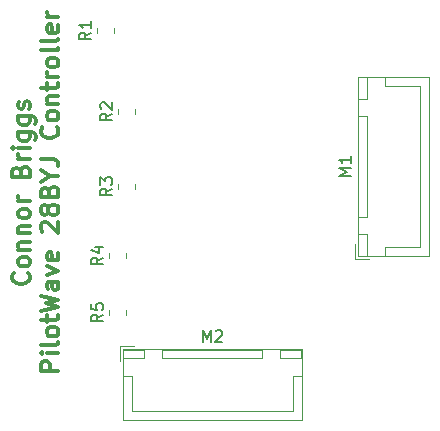
<source format=gbr>
%TF.GenerationSoftware,KiCad,Pcbnew,6.0.11+dfsg-1*%
%TF.CreationDate,2023-12-17T01:08:28-05:00*%
%TF.ProjectId,28byj_controller,32386279-6a5f-4636-9f6e-74726f6c6c65,rev?*%
%TF.SameCoordinates,Original*%
%TF.FileFunction,Legend,Top*%
%TF.FilePolarity,Positive*%
%FSLAX46Y46*%
G04 Gerber Fmt 4.6, Leading zero omitted, Abs format (unit mm)*
G04 Created by KiCad (PCBNEW 6.0.11+dfsg-1) date 2023-12-17 01:08:28*
%MOMM*%
%LPD*%
G01*
G04 APERTURE LIST*
%ADD10C,0.300000*%
%ADD11C,0.150000*%
%ADD12C,0.120000*%
G04 APERTURE END LIST*
D10*
X111088214Y-82513428D02*
X111159642Y-82584857D01*
X111231071Y-82799142D01*
X111231071Y-82942000D01*
X111159642Y-83156285D01*
X111016785Y-83299142D01*
X110873928Y-83370571D01*
X110588214Y-83442000D01*
X110373928Y-83442000D01*
X110088214Y-83370571D01*
X109945357Y-83299142D01*
X109802500Y-83156285D01*
X109731071Y-82942000D01*
X109731071Y-82799142D01*
X109802500Y-82584857D01*
X109873928Y-82513428D01*
X111231071Y-81656285D02*
X111159642Y-81799142D01*
X111088214Y-81870571D01*
X110945357Y-81942000D01*
X110516785Y-81942000D01*
X110373928Y-81870571D01*
X110302500Y-81799142D01*
X110231071Y-81656285D01*
X110231071Y-81442000D01*
X110302500Y-81299142D01*
X110373928Y-81227714D01*
X110516785Y-81156285D01*
X110945357Y-81156285D01*
X111088214Y-81227714D01*
X111159642Y-81299142D01*
X111231071Y-81442000D01*
X111231071Y-81656285D01*
X110231071Y-80513428D02*
X111231071Y-80513428D01*
X110373928Y-80513428D02*
X110302500Y-80442000D01*
X110231071Y-80299142D01*
X110231071Y-80084857D01*
X110302500Y-79942000D01*
X110445357Y-79870571D01*
X111231071Y-79870571D01*
X110231071Y-79156285D02*
X111231071Y-79156285D01*
X110373928Y-79156285D02*
X110302500Y-79084857D01*
X110231071Y-78942000D01*
X110231071Y-78727714D01*
X110302500Y-78584857D01*
X110445357Y-78513428D01*
X111231071Y-78513428D01*
X111231071Y-77584857D02*
X111159642Y-77727714D01*
X111088214Y-77799142D01*
X110945357Y-77870571D01*
X110516785Y-77870571D01*
X110373928Y-77799142D01*
X110302500Y-77727714D01*
X110231071Y-77584857D01*
X110231071Y-77370571D01*
X110302500Y-77227714D01*
X110373928Y-77156285D01*
X110516785Y-77084857D01*
X110945357Y-77084857D01*
X111088214Y-77156285D01*
X111159642Y-77227714D01*
X111231071Y-77370571D01*
X111231071Y-77584857D01*
X111231071Y-76442000D02*
X110231071Y-76442000D01*
X110516785Y-76442000D02*
X110373928Y-76370571D01*
X110302500Y-76299142D01*
X110231071Y-76156285D01*
X110231071Y-76013428D01*
X110445357Y-73870571D02*
X110516785Y-73656285D01*
X110588214Y-73584857D01*
X110731071Y-73513428D01*
X110945357Y-73513428D01*
X111088214Y-73584857D01*
X111159642Y-73656285D01*
X111231071Y-73799142D01*
X111231071Y-74370571D01*
X109731071Y-74370571D01*
X109731071Y-73870571D01*
X109802500Y-73727714D01*
X109873928Y-73656285D01*
X110016785Y-73584857D01*
X110159642Y-73584857D01*
X110302500Y-73656285D01*
X110373928Y-73727714D01*
X110445357Y-73870571D01*
X110445357Y-74370571D01*
X111231071Y-72870571D02*
X110231071Y-72870571D01*
X110516785Y-72870571D02*
X110373928Y-72799142D01*
X110302500Y-72727714D01*
X110231071Y-72584857D01*
X110231071Y-72442000D01*
X111231071Y-71942000D02*
X110231071Y-71942000D01*
X109731071Y-71942000D02*
X109802500Y-72013428D01*
X109873928Y-71942000D01*
X109802500Y-71870571D01*
X109731071Y-71942000D01*
X109873928Y-71942000D01*
X110231071Y-70584857D02*
X111445357Y-70584857D01*
X111588214Y-70656285D01*
X111659642Y-70727714D01*
X111731071Y-70870571D01*
X111731071Y-71084857D01*
X111659642Y-71227714D01*
X111159642Y-70584857D02*
X111231071Y-70727714D01*
X111231071Y-71013428D01*
X111159642Y-71156285D01*
X111088214Y-71227714D01*
X110945357Y-71299142D01*
X110516785Y-71299142D01*
X110373928Y-71227714D01*
X110302500Y-71156285D01*
X110231071Y-71013428D01*
X110231071Y-70727714D01*
X110302500Y-70584857D01*
X110231071Y-69227714D02*
X111445357Y-69227714D01*
X111588214Y-69299142D01*
X111659642Y-69370571D01*
X111731071Y-69513428D01*
X111731071Y-69727714D01*
X111659642Y-69870571D01*
X111159642Y-69227714D02*
X111231071Y-69370571D01*
X111231071Y-69656285D01*
X111159642Y-69799142D01*
X111088214Y-69870571D01*
X110945357Y-69942000D01*
X110516785Y-69942000D01*
X110373928Y-69870571D01*
X110302500Y-69799142D01*
X110231071Y-69656285D01*
X110231071Y-69370571D01*
X110302500Y-69227714D01*
X111159642Y-68584857D02*
X111231071Y-68442000D01*
X111231071Y-68156285D01*
X111159642Y-68013428D01*
X111016785Y-67942000D01*
X110945357Y-67942000D01*
X110802500Y-68013428D01*
X110731071Y-68156285D01*
X110731071Y-68370571D01*
X110659642Y-68513428D01*
X110516785Y-68584857D01*
X110445357Y-68584857D01*
X110302500Y-68513428D01*
X110231071Y-68370571D01*
X110231071Y-68156285D01*
X110302500Y-68013428D01*
X113646071Y-90799142D02*
X112146071Y-90799142D01*
X112146071Y-90227714D01*
X112217500Y-90084857D01*
X112288928Y-90013428D01*
X112431785Y-89942000D01*
X112646071Y-89942000D01*
X112788928Y-90013428D01*
X112860357Y-90084857D01*
X112931785Y-90227714D01*
X112931785Y-90799142D01*
X113646071Y-89299142D02*
X112646071Y-89299142D01*
X112146071Y-89299142D02*
X112217500Y-89370571D01*
X112288928Y-89299142D01*
X112217500Y-89227714D01*
X112146071Y-89299142D01*
X112288928Y-89299142D01*
X113646071Y-88370571D02*
X113574642Y-88513428D01*
X113431785Y-88584857D01*
X112146071Y-88584857D01*
X113646071Y-87584857D02*
X113574642Y-87727714D01*
X113503214Y-87799142D01*
X113360357Y-87870571D01*
X112931785Y-87870571D01*
X112788928Y-87799142D01*
X112717500Y-87727714D01*
X112646071Y-87584857D01*
X112646071Y-87370571D01*
X112717500Y-87227714D01*
X112788928Y-87156285D01*
X112931785Y-87084857D01*
X113360357Y-87084857D01*
X113503214Y-87156285D01*
X113574642Y-87227714D01*
X113646071Y-87370571D01*
X113646071Y-87584857D01*
X112646071Y-86656285D02*
X112646071Y-86084857D01*
X112146071Y-86442000D02*
X113431785Y-86442000D01*
X113574642Y-86370571D01*
X113646071Y-86227714D01*
X113646071Y-86084857D01*
X112146071Y-85727714D02*
X113646071Y-85370571D01*
X112574642Y-85084857D01*
X113646071Y-84799142D01*
X112146071Y-84442000D01*
X113646071Y-83227714D02*
X112860357Y-83227714D01*
X112717500Y-83299142D01*
X112646071Y-83442000D01*
X112646071Y-83727714D01*
X112717500Y-83870571D01*
X113574642Y-83227714D02*
X113646071Y-83370571D01*
X113646071Y-83727714D01*
X113574642Y-83870571D01*
X113431785Y-83942000D01*
X113288928Y-83942000D01*
X113146071Y-83870571D01*
X113074642Y-83727714D01*
X113074642Y-83370571D01*
X113003214Y-83227714D01*
X112646071Y-82656285D02*
X113646071Y-82299142D01*
X112646071Y-81942000D01*
X113574642Y-80799142D02*
X113646071Y-80942000D01*
X113646071Y-81227714D01*
X113574642Y-81370571D01*
X113431785Y-81442000D01*
X112860357Y-81442000D01*
X112717500Y-81370571D01*
X112646071Y-81227714D01*
X112646071Y-80942000D01*
X112717500Y-80799142D01*
X112860357Y-80727714D01*
X113003214Y-80727714D01*
X113146071Y-81442000D01*
X112288928Y-79013428D02*
X112217500Y-78942000D01*
X112146071Y-78799142D01*
X112146071Y-78442000D01*
X112217500Y-78299142D01*
X112288928Y-78227714D01*
X112431785Y-78156285D01*
X112574642Y-78156285D01*
X112788928Y-78227714D01*
X113646071Y-79084857D01*
X113646071Y-78156285D01*
X112788928Y-77299142D02*
X112717500Y-77442000D01*
X112646071Y-77513428D01*
X112503214Y-77584857D01*
X112431785Y-77584857D01*
X112288928Y-77513428D01*
X112217500Y-77442000D01*
X112146071Y-77299142D01*
X112146071Y-77013428D01*
X112217500Y-76870571D01*
X112288928Y-76799142D01*
X112431785Y-76727714D01*
X112503214Y-76727714D01*
X112646071Y-76799142D01*
X112717500Y-76870571D01*
X112788928Y-77013428D01*
X112788928Y-77299142D01*
X112860357Y-77442000D01*
X112931785Y-77513428D01*
X113074642Y-77584857D01*
X113360357Y-77584857D01*
X113503214Y-77513428D01*
X113574642Y-77442000D01*
X113646071Y-77299142D01*
X113646071Y-77013428D01*
X113574642Y-76870571D01*
X113503214Y-76799142D01*
X113360357Y-76727714D01*
X113074642Y-76727714D01*
X112931785Y-76799142D01*
X112860357Y-76870571D01*
X112788928Y-77013428D01*
X112860357Y-75584857D02*
X112931785Y-75370571D01*
X113003214Y-75299142D01*
X113146071Y-75227714D01*
X113360357Y-75227714D01*
X113503214Y-75299142D01*
X113574642Y-75370571D01*
X113646071Y-75513428D01*
X113646071Y-76084857D01*
X112146071Y-76084857D01*
X112146071Y-75584857D01*
X112217500Y-75442000D01*
X112288928Y-75370571D01*
X112431785Y-75299142D01*
X112574642Y-75299142D01*
X112717500Y-75370571D01*
X112788928Y-75442000D01*
X112860357Y-75584857D01*
X112860357Y-76084857D01*
X112931785Y-74299142D02*
X113646071Y-74299142D01*
X112146071Y-74799142D02*
X112931785Y-74299142D01*
X112146071Y-73799142D01*
X112146071Y-72870571D02*
X113217500Y-72870571D01*
X113431785Y-72942000D01*
X113574642Y-73084857D01*
X113646071Y-73299142D01*
X113646071Y-73442000D01*
X113503214Y-70156285D02*
X113574642Y-70227714D01*
X113646071Y-70442000D01*
X113646071Y-70584857D01*
X113574642Y-70799142D01*
X113431785Y-70942000D01*
X113288928Y-71013428D01*
X113003214Y-71084857D01*
X112788928Y-71084857D01*
X112503214Y-71013428D01*
X112360357Y-70942000D01*
X112217500Y-70799142D01*
X112146071Y-70584857D01*
X112146071Y-70442000D01*
X112217500Y-70227714D01*
X112288928Y-70156285D01*
X113646071Y-69299142D02*
X113574642Y-69442000D01*
X113503214Y-69513428D01*
X113360357Y-69584857D01*
X112931785Y-69584857D01*
X112788928Y-69513428D01*
X112717500Y-69442000D01*
X112646071Y-69299142D01*
X112646071Y-69084857D01*
X112717500Y-68942000D01*
X112788928Y-68870571D01*
X112931785Y-68799142D01*
X113360357Y-68799142D01*
X113503214Y-68870571D01*
X113574642Y-68942000D01*
X113646071Y-69084857D01*
X113646071Y-69299142D01*
X112646071Y-68156285D02*
X113646071Y-68156285D01*
X112788928Y-68156285D02*
X112717500Y-68084857D01*
X112646071Y-67942000D01*
X112646071Y-67727714D01*
X112717500Y-67584857D01*
X112860357Y-67513428D01*
X113646071Y-67513428D01*
X112646071Y-67013428D02*
X112646071Y-66442000D01*
X112146071Y-66799142D02*
X113431785Y-66799142D01*
X113574642Y-66727714D01*
X113646071Y-66584857D01*
X113646071Y-66442000D01*
X113646071Y-65942000D02*
X112646071Y-65942000D01*
X112931785Y-65942000D02*
X112788928Y-65870571D01*
X112717500Y-65799142D01*
X112646071Y-65656285D01*
X112646071Y-65513428D01*
X113646071Y-64799142D02*
X113574642Y-64942000D01*
X113503214Y-65013428D01*
X113360357Y-65084857D01*
X112931785Y-65084857D01*
X112788928Y-65013428D01*
X112717500Y-64942000D01*
X112646071Y-64799142D01*
X112646071Y-64584857D01*
X112717500Y-64442000D01*
X112788928Y-64370571D01*
X112931785Y-64299142D01*
X113360357Y-64299142D01*
X113503214Y-64370571D01*
X113574642Y-64442000D01*
X113646071Y-64584857D01*
X113646071Y-64799142D01*
X113646071Y-63442000D02*
X113574642Y-63584857D01*
X113431785Y-63656285D01*
X112146071Y-63656285D01*
X113646071Y-62656285D02*
X113574642Y-62799142D01*
X113431785Y-62870571D01*
X112146071Y-62870571D01*
X113574642Y-61513428D02*
X113646071Y-61656285D01*
X113646071Y-61942000D01*
X113574642Y-62084857D01*
X113431785Y-62156285D01*
X112860357Y-62156285D01*
X112717500Y-62084857D01*
X112646071Y-61942000D01*
X112646071Y-61656285D01*
X112717500Y-61513428D01*
X112860357Y-61442000D01*
X113003214Y-61442000D01*
X113146071Y-62156285D01*
X113646071Y-60799142D02*
X112646071Y-60799142D01*
X112931785Y-60799142D02*
X112788928Y-60727714D01*
X112717500Y-60656285D01*
X112646071Y-60513428D01*
X112646071Y-60370571D01*
D11*
%TO.C,M1*%
X138380380Y-74295523D02*
X137380380Y-74295523D01*
X138094666Y-73962190D01*
X137380380Y-73628857D01*
X138380380Y-73628857D01*
X138380380Y-72628857D02*
X138380380Y-73200285D01*
X138380380Y-72914571D02*
X137380380Y-72914571D01*
X137523238Y-73009809D01*
X137618476Y-73105047D01*
X137666095Y-73200285D01*
%TO.C,M2*%
X125856476Y-88342380D02*
X125856476Y-87342380D01*
X126189809Y-88056666D01*
X126523142Y-87342380D01*
X126523142Y-88342380D01*
X126951714Y-87437619D02*
X126999333Y-87390000D01*
X127094571Y-87342380D01*
X127332666Y-87342380D01*
X127427904Y-87390000D01*
X127475523Y-87437619D01*
X127523142Y-87532857D01*
X127523142Y-87628095D01*
X127475523Y-87770952D01*
X126904095Y-88342380D01*
X127523142Y-88342380D01*
%TO.C,R1*%
X116404380Y-62142666D02*
X115928190Y-62476000D01*
X116404380Y-62714095D02*
X115404380Y-62714095D01*
X115404380Y-62333142D01*
X115452000Y-62237904D01*
X115499619Y-62190285D01*
X115594857Y-62142666D01*
X115737714Y-62142666D01*
X115832952Y-62190285D01*
X115880571Y-62237904D01*
X115928190Y-62333142D01*
X115928190Y-62714095D01*
X116404380Y-61190285D02*
X116404380Y-61761714D01*
X116404380Y-61476000D02*
X115404380Y-61476000D01*
X115547238Y-61571238D01*
X115642476Y-61666476D01*
X115690095Y-61761714D01*
%TO.C,R2*%
X118182380Y-69000666D02*
X117706190Y-69334000D01*
X118182380Y-69572095D02*
X117182380Y-69572095D01*
X117182380Y-69191142D01*
X117230000Y-69095904D01*
X117277619Y-69048285D01*
X117372857Y-69000666D01*
X117515714Y-69000666D01*
X117610952Y-69048285D01*
X117658571Y-69095904D01*
X117706190Y-69191142D01*
X117706190Y-69572095D01*
X117277619Y-68619714D02*
X117230000Y-68572095D01*
X117182380Y-68476857D01*
X117182380Y-68238761D01*
X117230000Y-68143523D01*
X117277619Y-68095904D01*
X117372857Y-68048285D01*
X117468095Y-68048285D01*
X117610952Y-68095904D01*
X118182380Y-68667333D01*
X118182380Y-68048285D01*
%TO.C,R3*%
X118182380Y-75350666D02*
X117706190Y-75684000D01*
X118182380Y-75922095D02*
X117182380Y-75922095D01*
X117182380Y-75541142D01*
X117230000Y-75445904D01*
X117277619Y-75398285D01*
X117372857Y-75350666D01*
X117515714Y-75350666D01*
X117610952Y-75398285D01*
X117658571Y-75445904D01*
X117706190Y-75541142D01*
X117706190Y-75922095D01*
X117182380Y-75017333D02*
X117182380Y-74398285D01*
X117563333Y-74731619D01*
X117563333Y-74588761D01*
X117610952Y-74493523D01*
X117658571Y-74445904D01*
X117753809Y-74398285D01*
X117991904Y-74398285D01*
X118087142Y-74445904D01*
X118134761Y-74493523D01*
X118182380Y-74588761D01*
X118182380Y-74874476D01*
X118134761Y-74969714D01*
X118087142Y-75017333D01*
%TO.C,R4*%
X117420380Y-81192666D02*
X116944190Y-81526000D01*
X117420380Y-81764095D02*
X116420380Y-81764095D01*
X116420380Y-81383142D01*
X116468000Y-81287904D01*
X116515619Y-81240285D01*
X116610857Y-81192666D01*
X116753714Y-81192666D01*
X116848952Y-81240285D01*
X116896571Y-81287904D01*
X116944190Y-81383142D01*
X116944190Y-81764095D01*
X116753714Y-80335523D02*
X117420380Y-80335523D01*
X116372761Y-80573619D02*
X117087047Y-80811714D01*
X117087047Y-80192666D01*
%TO.C,R5*%
X117420380Y-86018666D02*
X116944190Y-86352000D01*
X117420380Y-86590095D02*
X116420380Y-86590095D01*
X116420380Y-86209142D01*
X116468000Y-86113904D01*
X116515619Y-86066285D01*
X116610857Y-86018666D01*
X116753714Y-86018666D01*
X116848952Y-86066285D01*
X116896571Y-86113904D01*
X116944190Y-86209142D01*
X116944190Y-86590095D01*
X116420380Y-85113904D02*
X116420380Y-85590095D01*
X116896571Y-85637714D01*
X116848952Y-85590095D01*
X116801333Y-85494857D01*
X116801333Y-85256761D01*
X116848952Y-85161523D01*
X116896571Y-85113904D01*
X116991809Y-85066285D01*
X117229904Y-85066285D01*
X117325142Y-85113904D01*
X117372761Y-85161523D01*
X117420380Y-85256761D01*
X117420380Y-85494857D01*
X117372761Y-85590095D01*
X117325142Y-85637714D01*
D12*
%TO.C,M1*%
X139028000Y-79236000D02*
X139028000Y-81036000D01*
X139018000Y-81046000D02*
X144988000Y-81046000D01*
X139778000Y-81036000D02*
X139778000Y-79236000D01*
X139028000Y-67736000D02*
X139778000Y-67736000D01*
X139778000Y-77736000D02*
X139778000Y-69236000D01*
X139778000Y-67736000D02*
X139778000Y-65936000D01*
X138728000Y-80086000D02*
X138728000Y-81336000D01*
X141278000Y-80286000D02*
X144228000Y-80286000D01*
X139028000Y-65936000D02*
X139028000Y-67736000D01*
X139028000Y-69236000D02*
X139028000Y-77736000D01*
X139028000Y-77736000D02*
X139778000Y-77736000D01*
X144228000Y-80286000D02*
X144228000Y-73486000D01*
X139018000Y-65926000D02*
X139018000Y-81046000D01*
X141278000Y-66686000D02*
X144228000Y-66686000D01*
X144988000Y-65926000D02*
X139018000Y-65926000D01*
X139778000Y-79236000D02*
X139028000Y-79236000D01*
X138728000Y-81336000D02*
X139978000Y-81336000D01*
X144988000Y-81046000D02*
X144988000Y-65926000D01*
X141278000Y-81036000D02*
X141278000Y-80286000D01*
X144228000Y-66686000D02*
X144228000Y-73486000D01*
X139778000Y-65936000D02*
X139028000Y-65936000D01*
X139778000Y-69236000D02*
X139028000Y-69236000D01*
X139028000Y-81036000D02*
X139778000Y-81036000D01*
X141278000Y-65936000D02*
X141278000Y-66686000D01*
%TO.C,M2*%
X130916000Y-89740000D02*
X130916000Y-88990000D01*
X119106000Y-94950000D02*
X134226000Y-94950000D01*
X119106000Y-88980000D02*
X119106000Y-94950000D01*
X122416000Y-89740000D02*
X130916000Y-89740000D01*
X120916000Y-89740000D02*
X120916000Y-88990000D01*
X134226000Y-88980000D02*
X119106000Y-88980000D01*
X119116000Y-88990000D02*
X119116000Y-89740000D01*
X134216000Y-91240000D02*
X133466000Y-91240000D01*
X120916000Y-88990000D02*
X119116000Y-88990000D01*
X134226000Y-94950000D02*
X134226000Y-88980000D01*
X133466000Y-91240000D02*
X133466000Y-94190000D01*
X119116000Y-91240000D02*
X119866000Y-91240000D01*
X134216000Y-88990000D02*
X132416000Y-88990000D01*
X133466000Y-94190000D02*
X126666000Y-94190000D01*
X134216000Y-89740000D02*
X134216000Y-88990000D01*
X132416000Y-88990000D02*
X132416000Y-89740000D01*
X118816000Y-88690000D02*
X118816000Y-89940000D01*
X120066000Y-88690000D02*
X118816000Y-88690000D01*
X122416000Y-88990000D02*
X122416000Y-89740000D01*
X132416000Y-89740000D02*
X134216000Y-89740000D01*
X130916000Y-88990000D02*
X122416000Y-88990000D01*
X119866000Y-94190000D02*
X126666000Y-94190000D01*
X119866000Y-91240000D02*
X119866000Y-94190000D01*
X119116000Y-89740000D02*
X120916000Y-89740000D01*
%TO.C,R1*%
X118337000Y-62203064D02*
X118337000Y-61748936D01*
X116867000Y-62203064D02*
X116867000Y-61748936D01*
%TO.C,R2*%
X118645000Y-69061064D02*
X118645000Y-68606936D01*
X120115000Y-69061064D02*
X120115000Y-68606936D01*
%TO.C,R3*%
X118645000Y-75411064D02*
X118645000Y-74956936D01*
X120115000Y-75411064D02*
X120115000Y-74956936D01*
%TO.C,R4*%
X117883000Y-81253064D02*
X117883000Y-80798936D01*
X119353000Y-81253064D02*
X119353000Y-80798936D01*
%TO.C,R5*%
X119353000Y-86079064D02*
X119353000Y-85624936D01*
X117883000Y-86079064D02*
X117883000Y-85624936D01*
%TD*%
M02*

</source>
